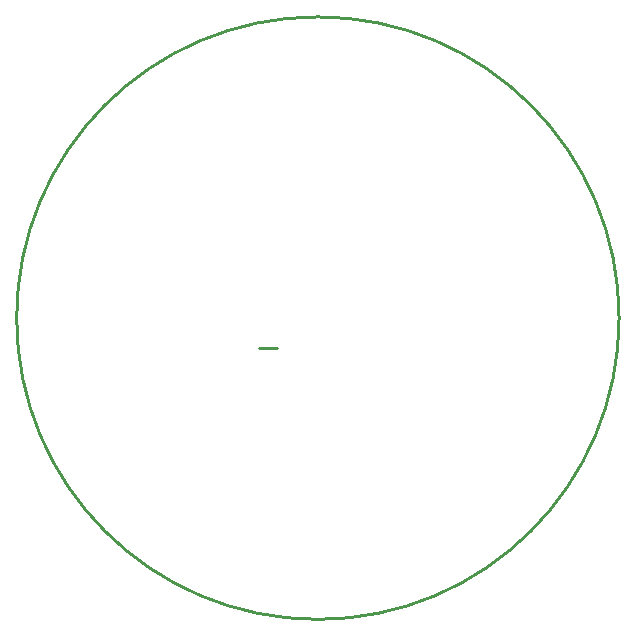
<source format=gbr>
%TF.GenerationSoftware,Altium Limited,Altium Designer,21.2.2 (38)*%
G04 Layer_Color=16711935*
%FSLAX26Y26*%
%MOIN*%
%TF.SameCoordinates,75BC83C2-9D79-468A-8CB9-4745F9D1B378*%
%TF.FilePolarity,Positive*%
%TF.FileFunction,Other,Mechanical_1*%
%TF.Part,Single*%
G01*
G75*
%TA.AperFunction,NonConductor*%
%ADD18C,0.010000*%
D18*
X2008067Y0D02*
G03*
X2008067Y0I-1004130J0D01*
G01*
X807087Y-98425D02*
X846457D01*
X866142D01*
%TF.MD5,1d26bcb641668123e9b17317f9d050fe*%
M02*

</source>
